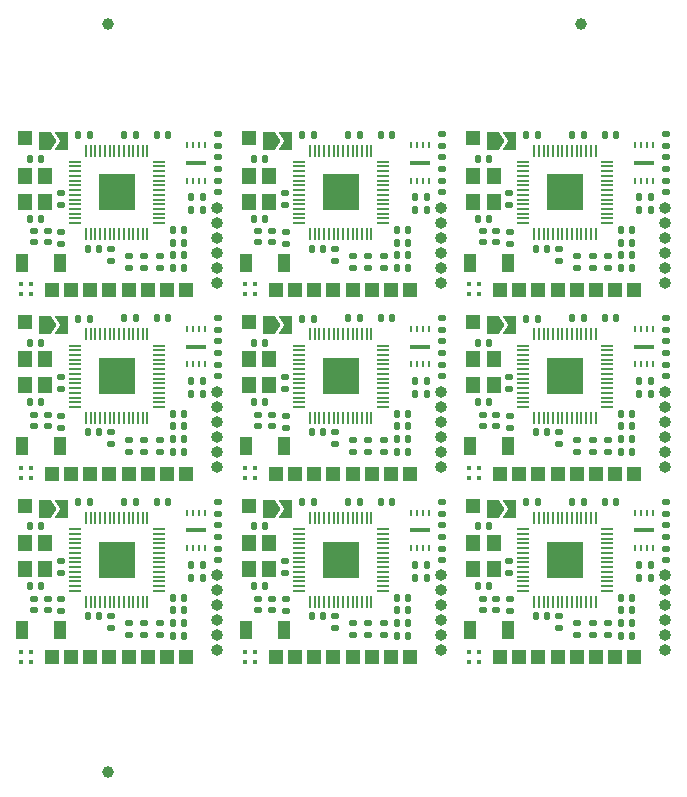
<source format=gts>
G04 #@! TF.GenerationSoftware,KiCad,Pcbnew,7.0.2-6a45011f42~172~ubuntu22.04.1*
G04 #@! TF.CreationDate,2023-06-12T10:28:05+08:00*
G04 #@! TF.ProjectId,panel_3_3,70616e65-6c5f-4335-9f33-2e6b69636164,rev?*
G04 #@! TF.SameCoordinates,Original*
G04 #@! TF.FileFunction,Soldermask,Top*
G04 #@! TF.FilePolarity,Negative*
%FSLAX46Y46*%
G04 Gerber Fmt 4.6, Leading zero omitted, Abs format (unit mm)*
G04 Created by KiCad (PCBNEW 7.0.2-6a45011f42~172~ubuntu22.04.1) date 2023-06-12 10:28:05*
%MOMM*%
%LPD*%
G01*
G04 APERTURE LIST*
G04 Aperture macros list*
%AMRoundRect*
0 Rectangle with rounded corners*
0 $1 Rounding radius*
0 $2 $3 $4 $5 $6 $7 $8 $9 X,Y pos of 4 corners*
0 Add a 4 corners polygon primitive as box body*
4,1,4,$2,$3,$4,$5,$6,$7,$8,$9,$2,$3,0*
0 Add four circle primitives for the rounded corners*
1,1,$1+$1,$2,$3*
1,1,$1+$1,$4,$5*
1,1,$1+$1,$6,$7*
1,1,$1+$1,$8,$9*
0 Add four rect primitives between the rounded corners*
20,1,$1+$1,$2,$3,$4,$5,0*
20,1,$1+$1,$4,$5,$6,$7,0*
20,1,$1+$1,$6,$7,$8,$9,0*
20,1,$1+$1,$8,$9,$2,$3,0*%
%AMFreePoly0*
4,1,6,1.000000,0.000000,0.500000,-0.750000,-0.500000,-0.750000,-0.500000,0.750000,0.500000,0.750000,1.000000,0.000000,1.000000,0.000000,$1*%
%AMFreePoly1*
4,1,6,0.500000,-0.750000,-0.650000,-0.750000,-0.150000,0.000000,-0.650000,0.750000,0.500000,0.750000,0.500000,-0.750000,0.500000,-0.750000,$1*%
G04 Aperture macros list end*
%ADD10R,0.280000X0.600000*%
%ADD11R,1.700000X0.300000*%
%ADD12RoundRect,0.135000X-0.185000X0.135000X-0.185000X-0.135000X0.185000X-0.135000X0.185000X0.135000X0*%
%ADD13R,1.200000X1.200000*%
%ADD14RoundRect,0.140000X0.140000X0.170000X-0.140000X0.170000X-0.140000X-0.170000X0.140000X-0.170000X0*%
%ADD15RoundRect,0.140000X-0.140000X-0.170000X0.140000X-0.170000X0.140000X0.170000X-0.140000X0.170000X0*%
%ADD16RoundRect,0.140000X-0.170000X0.140000X-0.170000X-0.140000X0.170000X-0.140000X0.170000X0.140000X0*%
%ADD17R,0.450000X0.450000*%
%ADD18RoundRect,0.135000X0.185000X-0.135000X0.185000X0.135000X-0.185000X0.135000X-0.185000X-0.135000X0*%
%ADD19RoundRect,0.135000X-0.135000X-0.185000X0.135000X-0.185000X0.135000X0.185000X-0.135000X0.185000X0*%
%ADD20R,1.200000X1.400000*%
%ADD21R,0.200000X1.100000*%
%ADD22R,1.100000X0.200000*%
%ADD23R,3.100000X3.100000*%
%ADD24FreePoly0,0.000000*%
%ADD25FreePoly1,0.000000*%
%ADD26R,1.000000X1.524000*%
%ADD27C,1.000000*%
%ADD28O,1.000000X1.000000*%
G04 APERTURE END LIST*
D10*
G04 #@! TO.C,U2*
X61140000Y-13555500D03*
X60640000Y-13555500D03*
X60140000Y-13555500D03*
X59640000Y-13555500D03*
X59640000Y-16569500D03*
X60140000Y-16569500D03*
X60640000Y-16569500D03*
X61140000Y-16569500D03*
D11*
X60390000Y-15062500D03*
G04 #@! TD*
D12*
G04 #@! TO.C,R3*
X53210000Y-53450000D03*
X53210000Y-54470000D03*
G04 #@! TD*
G04 #@! TO.C,R5*
X43295000Y-28180000D03*
X43295000Y-29200000D03*
G04 #@! TD*
D13*
G04 #@! TO.C,J7*
X29202500Y-56930000D03*
G04 #@! TD*
D12*
G04 #@! TO.C,R3*
X34240000Y-53450000D03*
X34240000Y-54470000D03*
G04 #@! TD*
D14*
G04 #@! TO.C,C7*
X33225000Y-22330000D03*
X32265000Y-22330000D03*
G04 #@! TD*
D15*
G04 #@! TO.C,C2*
X59985000Y-18000000D03*
X60945000Y-18000000D03*
G04 #@! TD*
D10*
G04 #@! TO.C,U2*
X23200000Y-13555500D03*
X22700000Y-13555500D03*
X22200000Y-13555500D03*
X21700000Y-13555500D03*
X21700000Y-16569500D03*
X22200000Y-16569500D03*
X22700000Y-16569500D03*
X23200000Y-16569500D03*
D11*
X22450000Y-15062500D03*
G04 #@! TD*
D15*
G04 #@! TO.C,C9*
X20470000Y-38455000D03*
X21430000Y-38455000D03*
G04 #@! TD*
G04 #@! TO.C,C1*
X46295000Y-35350000D03*
X47255000Y-35350000D03*
G04 #@! TD*
D13*
G04 #@! TO.C,J9*
X51427500Y-56930000D03*
G04 #@! TD*
G04 #@! TO.C,J3*
X35712500Y-56930000D03*
G04 #@! TD*
D16*
G04 #@! TO.C,C13*
X8765000Y-36405000D03*
X8765000Y-37365000D03*
G04 #@! TD*
D17*
G04 #@! TO.C,U5*
X26585000Y-40905000D03*
X27435000Y-40905000D03*
X26585000Y-41755000D03*
X27435000Y-41755000D03*
G04 #@! TD*
D12*
G04 #@! TO.C,R9*
X54735000Y-38490000D03*
X54735000Y-39510000D03*
G04 #@! TD*
D18*
G04 #@! TO.C,R6*
X24325000Y-46745000D03*
X24325000Y-45725000D03*
G04 #@! TD*
D12*
G04 #@! TO.C,R3*
X34240000Y-22330000D03*
X34240000Y-23350000D03*
G04 #@! TD*
D14*
G04 #@! TO.C,C7*
X14255000Y-22330000D03*
X13295000Y-22330000D03*
G04 #@! TD*
D19*
G04 #@! TO.C,R12*
X31435000Y-12700000D03*
X32455000Y-12700000D03*
G04 #@! TD*
D15*
G04 #@! TO.C,C2*
X59985000Y-49120000D03*
X60945000Y-49120000D03*
G04 #@! TD*
G04 #@! TO.C,C9*
X58410000Y-22895000D03*
X59370000Y-22895000D03*
G04 #@! TD*
D12*
G04 #@! TO.C,R9*
X16795000Y-22930000D03*
X16795000Y-23950000D03*
G04 #@! TD*
D15*
G04 #@! TO.C,C1*
X8355000Y-35350000D03*
X9315000Y-35350000D03*
G04 #@! TD*
D13*
G04 #@! TO.C,J6*
X30835000Y-41370000D03*
G04 #@! TD*
D20*
G04 #@! TO.C,X1*
X9697000Y-49473000D03*
X9697000Y-47273000D03*
X7947000Y-47273000D03*
X7947000Y-49473000D03*
G04 #@! TD*
D21*
G04 #@! TO.C,U1*
X56270000Y-45145000D03*
X55870000Y-45145000D03*
X55470000Y-45145000D03*
X55070000Y-45145000D03*
X54670000Y-45145000D03*
X54270000Y-45145000D03*
X53870000Y-45145000D03*
X53470000Y-45145000D03*
X53070000Y-45145000D03*
X52670000Y-45145000D03*
X52270000Y-45145000D03*
X51870000Y-45145000D03*
X51470000Y-45145000D03*
X51070000Y-45145000D03*
D22*
X50120000Y-46095000D03*
X50120000Y-46495000D03*
X50120000Y-46895000D03*
X50120000Y-47295000D03*
X50120000Y-47695000D03*
X50120000Y-48095000D03*
X50120000Y-48495000D03*
X50120000Y-48895000D03*
X50120000Y-49295000D03*
X50120000Y-49695000D03*
X50120000Y-50095000D03*
X50120000Y-50495000D03*
X50120000Y-50895000D03*
X50120000Y-51295000D03*
D21*
X51070000Y-52245000D03*
X51470000Y-52245000D03*
X51870000Y-52245000D03*
X52270000Y-52245000D03*
X52670000Y-52245000D03*
X53070000Y-52245000D03*
X53470000Y-52245000D03*
X53870000Y-52245000D03*
X54270000Y-52245000D03*
X54670000Y-52245000D03*
X55070000Y-52245000D03*
X55470000Y-52245000D03*
X55870000Y-52245000D03*
X56270000Y-52245000D03*
D22*
X57220000Y-51295000D03*
X57220000Y-50895000D03*
X57220000Y-50495000D03*
X57220000Y-50095000D03*
X57220000Y-49695000D03*
X57220000Y-49295000D03*
X57220000Y-48895000D03*
X57220000Y-48495000D03*
X57220000Y-48095000D03*
X57220000Y-47695000D03*
X57220000Y-47295000D03*
X57220000Y-46895000D03*
X57220000Y-46495000D03*
X57220000Y-46095000D03*
D23*
X53670000Y-48695000D03*
G04 #@! TD*
D13*
G04 #@! TO.C,J4*
X56310000Y-25810000D03*
G04 #@! TD*
D24*
G04 #@! TO.C,JP1*
X9680000Y-13230000D03*
D25*
X11130000Y-13230000D03*
G04 #@! TD*
D20*
G04 #@! TO.C,X1*
X47637000Y-49473000D03*
X47637000Y-47273000D03*
X45887000Y-47273000D03*
X45887000Y-49473000D03*
G04 #@! TD*
D26*
G04 #@! TO.C,SW1*
X45675000Y-39080000D03*
X48875000Y-39080000D03*
G04 #@! TD*
D12*
G04 #@! TO.C,R5*
X43295000Y-12620000D03*
X43295000Y-13640000D03*
G04 #@! TD*
D18*
G04 #@! TO.C,R6*
X62265000Y-15625000D03*
X62265000Y-14605000D03*
G04 #@! TD*
D15*
G04 #@! TO.C,C11*
X57085000Y-28240000D03*
X58045000Y-28240000D03*
G04 #@! TD*
D18*
G04 #@! TO.C,R6*
X43295000Y-15625000D03*
X43295000Y-14605000D03*
G04 #@! TD*
D12*
G04 #@! TO.C,R3*
X15270000Y-53450000D03*
X15270000Y-54470000D03*
G04 #@! TD*
D15*
G04 #@! TO.C,C12*
X16380000Y-12685000D03*
X17340000Y-12685000D03*
G04 #@! TD*
G04 #@! TO.C,C1*
X27325000Y-35350000D03*
X28285000Y-35350000D03*
G04 #@! TD*
D13*
G04 #@! TO.C,J3*
X54682500Y-41370000D03*
G04 #@! TD*
D12*
G04 #@! TO.C,R10*
X18075000Y-22930000D03*
X18075000Y-23950000D03*
G04 #@! TD*
D15*
G04 #@! TO.C,C2*
X59985000Y-33560000D03*
X60945000Y-33560000D03*
G04 #@! TD*
D10*
G04 #@! TO.C,U2*
X42170000Y-13555500D03*
X41670000Y-13555500D03*
X41170000Y-13555500D03*
X40670000Y-13555500D03*
X40670000Y-16569500D03*
X41170000Y-16569500D03*
X41670000Y-16569500D03*
X42170000Y-16569500D03*
D11*
X41420000Y-15062500D03*
G04 #@! TD*
D15*
G04 #@! TO.C,C1*
X46295000Y-50910000D03*
X47255000Y-50910000D03*
G04 #@! TD*
G04 #@! TO.C,C11*
X19145000Y-28240000D03*
X20105000Y-28240000D03*
G04 #@! TD*
D13*
G04 #@! TO.C,J3*
X35712500Y-25810000D03*
G04 #@! TD*
G04 #@! TO.C,J10*
X21625000Y-56930000D03*
G04 #@! TD*
D12*
G04 #@! TO.C,R3*
X53210000Y-37890000D03*
X53210000Y-38910000D03*
G04 #@! TD*
G04 #@! TO.C,R3*
X15270000Y-22330000D03*
X15270000Y-23350000D03*
G04 #@! TD*
D18*
G04 #@! TO.C,R2*
X11055000Y-21930000D03*
X11055000Y-20910000D03*
G04 #@! TD*
D26*
G04 #@! TO.C,SW1*
X45675000Y-23520000D03*
X48875000Y-23520000D03*
G04 #@! TD*
D15*
G04 #@! TO.C,C2*
X41015000Y-18000000D03*
X41975000Y-18000000D03*
G04 #@! TD*
D16*
G04 #@! TO.C,C4*
X28865000Y-36400000D03*
X28865000Y-37360000D03*
G04 #@! TD*
G04 #@! TO.C,C4*
X28865000Y-51960000D03*
X28865000Y-52920000D03*
G04 #@! TD*
D21*
G04 #@! TO.C,U1*
X18330000Y-14025000D03*
X17930000Y-14025000D03*
X17530000Y-14025000D03*
X17130000Y-14025000D03*
X16730000Y-14025000D03*
X16330000Y-14025000D03*
X15930000Y-14025000D03*
X15530000Y-14025000D03*
X15130000Y-14025000D03*
X14730000Y-14025000D03*
X14330000Y-14025000D03*
X13930000Y-14025000D03*
X13530000Y-14025000D03*
X13130000Y-14025000D03*
D22*
X12180000Y-14975000D03*
X12180000Y-15375000D03*
X12180000Y-15775000D03*
X12180000Y-16175000D03*
X12180000Y-16575000D03*
X12180000Y-16975000D03*
X12180000Y-17375000D03*
X12180000Y-17775000D03*
X12180000Y-18175000D03*
X12180000Y-18575000D03*
X12180000Y-18975000D03*
X12180000Y-19375000D03*
X12180000Y-19775000D03*
X12180000Y-20175000D03*
D21*
X13130000Y-21125000D03*
X13530000Y-21125000D03*
X13930000Y-21125000D03*
X14330000Y-21125000D03*
X14730000Y-21125000D03*
X15130000Y-21125000D03*
X15530000Y-21125000D03*
X15930000Y-21125000D03*
X16330000Y-21125000D03*
X16730000Y-21125000D03*
X17130000Y-21125000D03*
X17530000Y-21125000D03*
X17930000Y-21125000D03*
X18330000Y-21125000D03*
D22*
X19280000Y-20175000D03*
X19280000Y-19775000D03*
X19280000Y-19375000D03*
X19280000Y-18975000D03*
X19280000Y-18575000D03*
X19280000Y-18175000D03*
X19280000Y-17775000D03*
X19280000Y-17375000D03*
X19280000Y-16975000D03*
X19280000Y-16575000D03*
X19280000Y-16175000D03*
X19280000Y-15775000D03*
X19280000Y-15375000D03*
X19280000Y-14975000D03*
D23*
X15730000Y-17575000D03*
G04 #@! TD*
D12*
G04 #@! TO.C,R9*
X54735000Y-22930000D03*
X54735000Y-23950000D03*
G04 #@! TD*
D15*
G04 #@! TO.C,C9*
X39440000Y-38455000D03*
X40400000Y-38455000D03*
G04 #@! TD*
G04 #@! TO.C,C12*
X16380000Y-43805000D03*
X17340000Y-43805000D03*
G04 #@! TD*
G04 #@! TO.C,C8*
X58415000Y-55100000D03*
X59375000Y-55100000D03*
G04 #@! TD*
D17*
G04 #@! TO.C,U5*
X26585000Y-25345000D03*
X27435000Y-25345000D03*
X26585000Y-26195000D03*
X27435000Y-26195000D03*
G04 #@! TD*
D15*
G04 #@! TO.C,C11*
X57085000Y-43800000D03*
X58045000Y-43800000D03*
G04 #@! TD*
D13*
G04 #@! TO.C,J3*
X54682500Y-56930000D03*
G04 #@! TD*
D10*
G04 #@! TO.C,U2*
X23200000Y-44675500D03*
X22700000Y-44675500D03*
X22200000Y-44675500D03*
X21700000Y-44675500D03*
X21700000Y-47689500D03*
X22200000Y-47689500D03*
X22700000Y-47689500D03*
X23200000Y-47689500D03*
D11*
X22450000Y-46182500D03*
G04 #@! TD*
D15*
G04 #@! TO.C,C10*
X41015000Y-34620000D03*
X41975000Y-34620000D03*
G04 #@! TD*
G04 #@! TO.C,C1*
X8355000Y-50910000D03*
X9315000Y-50910000D03*
G04 #@! TD*
G04 #@! TO.C,C1*
X8355000Y-19790000D03*
X9315000Y-19790000D03*
G04 #@! TD*
D14*
G04 #@! TO.C,C7*
X14255000Y-37890000D03*
X13295000Y-37890000D03*
G04 #@! TD*
D15*
G04 #@! TO.C,C9*
X58410000Y-54015000D03*
X59370000Y-54015000D03*
G04 #@! TD*
D27*
G04 #@! TO.C,REF\u002A\u002A*
X15000000Y-3350000D03*
G04 #@! TD*
D14*
G04 #@! TO.C,C6*
X21430000Y-37387500D03*
X20470000Y-37387500D03*
G04 #@! TD*
D15*
G04 #@! TO.C,C11*
X38115000Y-28240000D03*
X39075000Y-28240000D03*
G04 #@! TD*
D16*
G04 #@! TO.C,C14*
X24325000Y-16600000D03*
X24325000Y-17560000D03*
G04 #@! TD*
D15*
G04 #@! TO.C,C10*
X59985000Y-34620000D03*
X60945000Y-34620000D03*
G04 #@! TD*
D12*
G04 #@! TO.C,R5*
X24325000Y-28180000D03*
X24325000Y-29200000D03*
G04 #@! TD*
D15*
G04 #@! TO.C,C1*
X27325000Y-19790000D03*
X28285000Y-19790000D03*
G04 #@! TD*
D13*
G04 #@! TO.C,J4*
X56310000Y-41370000D03*
G04 #@! TD*
D12*
G04 #@! TO.C,R9*
X35765000Y-38490000D03*
X35765000Y-39510000D03*
G04 #@! TD*
D26*
G04 #@! TO.C,SW1*
X7735000Y-39080000D03*
X10935000Y-39080000D03*
G04 #@! TD*
D12*
G04 #@! TO.C,R11*
X38325000Y-38490000D03*
X38325000Y-39510000D03*
G04 #@! TD*
D16*
G04 #@! TO.C,C14*
X43295000Y-47720000D03*
X43295000Y-48680000D03*
G04 #@! TD*
D19*
G04 #@! TO.C,R12*
X50405000Y-12700000D03*
X51425000Y-12700000D03*
G04 #@! TD*
D15*
G04 #@! TO.C,C9*
X39440000Y-22895000D03*
X40400000Y-22895000D03*
G04 #@! TD*
D14*
G04 #@! TO.C,C7*
X14255000Y-53450000D03*
X13295000Y-53450000D03*
G04 #@! TD*
D24*
G04 #@! TO.C,JP1*
X47620000Y-13230000D03*
D25*
X49070000Y-13230000D03*
G04 #@! TD*
D21*
G04 #@! TO.C,U1*
X56270000Y-29585000D03*
X55870000Y-29585000D03*
X55470000Y-29585000D03*
X55070000Y-29585000D03*
X54670000Y-29585000D03*
X54270000Y-29585000D03*
X53870000Y-29585000D03*
X53470000Y-29585000D03*
X53070000Y-29585000D03*
X52670000Y-29585000D03*
X52270000Y-29585000D03*
X51870000Y-29585000D03*
X51470000Y-29585000D03*
X51070000Y-29585000D03*
D22*
X50120000Y-30535000D03*
X50120000Y-30935000D03*
X50120000Y-31335000D03*
X50120000Y-31735000D03*
X50120000Y-32135000D03*
X50120000Y-32535000D03*
X50120000Y-32935000D03*
X50120000Y-33335000D03*
X50120000Y-33735000D03*
X50120000Y-34135000D03*
X50120000Y-34535000D03*
X50120000Y-34935000D03*
X50120000Y-35335000D03*
X50120000Y-35735000D03*
D21*
X51070000Y-36685000D03*
X51470000Y-36685000D03*
X51870000Y-36685000D03*
X52270000Y-36685000D03*
X52670000Y-36685000D03*
X53070000Y-36685000D03*
X53470000Y-36685000D03*
X53870000Y-36685000D03*
X54270000Y-36685000D03*
X54670000Y-36685000D03*
X55070000Y-36685000D03*
X55470000Y-36685000D03*
X55870000Y-36685000D03*
X56270000Y-36685000D03*
D22*
X57220000Y-35735000D03*
X57220000Y-35335000D03*
X57220000Y-34935000D03*
X57220000Y-34535000D03*
X57220000Y-34135000D03*
X57220000Y-33735000D03*
X57220000Y-33335000D03*
X57220000Y-32935000D03*
X57220000Y-32535000D03*
X57220000Y-32135000D03*
X57220000Y-31735000D03*
X57220000Y-31335000D03*
X57220000Y-30935000D03*
X57220000Y-30535000D03*
D23*
X53670000Y-33135000D03*
G04 #@! TD*
D16*
G04 #@! TO.C,C13*
X27735000Y-36405000D03*
X27735000Y-37365000D03*
G04 #@! TD*
D13*
G04 #@! TO.C,J2*
X34085000Y-56930000D03*
G04 #@! TD*
G04 #@! TO.C,J9*
X32457500Y-56930000D03*
G04 #@! TD*
D14*
G04 #@! TO.C,C6*
X40400000Y-37387500D03*
X39440000Y-37387500D03*
G04 #@! TD*
D13*
G04 #@! TO.C,J4*
X37340000Y-25810000D03*
G04 #@! TD*
D18*
G04 #@! TO.C,R2*
X11055000Y-37490000D03*
X11055000Y-36470000D03*
G04 #@! TD*
D19*
G04 #@! TO.C,R12*
X31435000Y-28260000D03*
X32455000Y-28260000D03*
G04 #@! TD*
D13*
G04 #@! TO.C,J6*
X11865000Y-56930000D03*
G04 #@! TD*
D21*
G04 #@! TO.C,U1*
X18330000Y-29585000D03*
X17930000Y-29585000D03*
X17530000Y-29585000D03*
X17130000Y-29585000D03*
X16730000Y-29585000D03*
X16330000Y-29585000D03*
X15930000Y-29585000D03*
X15530000Y-29585000D03*
X15130000Y-29585000D03*
X14730000Y-29585000D03*
X14330000Y-29585000D03*
X13930000Y-29585000D03*
X13530000Y-29585000D03*
X13130000Y-29585000D03*
D22*
X12180000Y-30535000D03*
X12180000Y-30935000D03*
X12180000Y-31335000D03*
X12180000Y-31735000D03*
X12180000Y-32135000D03*
X12180000Y-32535000D03*
X12180000Y-32935000D03*
X12180000Y-33335000D03*
X12180000Y-33735000D03*
X12180000Y-34135000D03*
X12180000Y-34535000D03*
X12180000Y-34935000D03*
X12180000Y-35335000D03*
X12180000Y-35735000D03*
D21*
X13130000Y-36685000D03*
X13530000Y-36685000D03*
X13930000Y-36685000D03*
X14330000Y-36685000D03*
X14730000Y-36685000D03*
X15130000Y-36685000D03*
X15530000Y-36685000D03*
X15930000Y-36685000D03*
X16330000Y-36685000D03*
X16730000Y-36685000D03*
X17130000Y-36685000D03*
X17530000Y-36685000D03*
X17930000Y-36685000D03*
X18330000Y-36685000D03*
D22*
X19280000Y-35735000D03*
X19280000Y-35335000D03*
X19280000Y-34935000D03*
X19280000Y-34535000D03*
X19280000Y-34135000D03*
X19280000Y-33735000D03*
X19280000Y-33335000D03*
X19280000Y-32935000D03*
X19280000Y-32535000D03*
X19280000Y-32135000D03*
X19280000Y-31735000D03*
X19280000Y-31335000D03*
X19280000Y-30935000D03*
X19280000Y-30535000D03*
D23*
X15730000Y-33135000D03*
G04 #@! TD*
D15*
G04 #@! TO.C,C5*
X39440000Y-36320000D03*
X40400000Y-36320000D03*
G04 #@! TD*
G04 #@! TO.C,C3*
X46315000Y-14720000D03*
X47275000Y-14720000D03*
G04 #@! TD*
D10*
G04 #@! TO.C,U2*
X42170000Y-44675500D03*
X41670000Y-44675500D03*
X41170000Y-44675500D03*
X40670000Y-44675500D03*
X40670000Y-47689500D03*
X41170000Y-47689500D03*
X41670000Y-47689500D03*
X42170000Y-47689500D03*
D11*
X41420000Y-46182500D03*
G04 #@! TD*
D13*
G04 #@! TO.C,J9*
X13487500Y-56930000D03*
G04 #@! TD*
G04 #@! TO.C,J9*
X51427500Y-41370000D03*
G04 #@! TD*
D15*
G04 #@! TO.C,C3*
X8375000Y-45840000D03*
X9335000Y-45840000D03*
G04 #@! TD*
G04 #@! TO.C,C12*
X54320000Y-28245000D03*
X55280000Y-28245000D03*
G04 #@! TD*
D13*
G04 #@! TO.C,J10*
X59565000Y-41370000D03*
G04 #@! TD*
D18*
G04 #@! TO.C,R1*
X11025000Y-34230000D03*
X11025000Y-33210000D03*
G04 #@! TD*
D13*
G04 #@! TO.C,J2*
X53055000Y-41370000D03*
G04 #@! TD*
D15*
G04 #@! TO.C,C5*
X20470000Y-20760000D03*
X21430000Y-20760000D03*
G04 #@! TD*
D14*
G04 #@! TO.C,C6*
X40400000Y-21827500D03*
X39440000Y-21827500D03*
G04 #@! TD*
D13*
G04 #@! TO.C,J2*
X15115000Y-56930000D03*
G04 #@! TD*
D16*
G04 #@! TO.C,C13*
X46705000Y-51965000D03*
X46705000Y-52925000D03*
G04 #@! TD*
D12*
G04 #@! TO.C,R3*
X15270000Y-37890000D03*
X15270000Y-38910000D03*
G04 #@! TD*
D13*
G04 #@! TO.C,J2*
X15115000Y-41370000D03*
G04 #@! TD*
D12*
G04 #@! TO.C,R11*
X38325000Y-54050000D03*
X38325000Y-55070000D03*
G04 #@! TD*
D15*
G04 #@! TO.C,C10*
X22045000Y-19060000D03*
X23005000Y-19060000D03*
G04 #@! TD*
D13*
G04 #@! TO.C,J7*
X29202500Y-25810000D03*
G04 #@! TD*
G04 #@! TO.C,J5*
X38967500Y-41370000D03*
G04 #@! TD*
D12*
G04 #@! TO.C,R10*
X56015000Y-22930000D03*
X56015000Y-23950000D03*
G04 #@! TD*
D17*
G04 #@! TO.C,U5*
X45555000Y-56465000D03*
X46405000Y-56465000D03*
X45555000Y-57315000D03*
X46405000Y-57315000D03*
G04 #@! TD*
D12*
G04 #@! TO.C,R10*
X37045000Y-54050000D03*
X37045000Y-55070000D03*
G04 #@! TD*
D13*
G04 #@! TO.C,J2*
X53055000Y-25810000D03*
G04 #@! TD*
D18*
G04 #@! TO.C,R1*
X48965000Y-18670000D03*
X48965000Y-17650000D03*
G04 #@! TD*
D15*
G04 #@! TO.C,C2*
X41015000Y-33560000D03*
X41975000Y-33560000D03*
G04 #@! TD*
D18*
G04 #@! TO.C,R2*
X48995000Y-53050000D03*
X48995000Y-52030000D03*
G04 #@! TD*
D13*
G04 #@! TO.C,J9*
X13487500Y-25810000D03*
G04 #@! TD*
D15*
G04 #@! TO.C,C9*
X39440000Y-54015000D03*
X40400000Y-54015000D03*
G04 #@! TD*
G04 #@! TO.C,C1*
X46295000Y-19790000D03*
X47255000Y-19790000D03*
G04 #@! TD*
G04 #@! TO.C,C12*
X16380000Y-28245000D03*
X17340000Y-28245000D03*
G04 #@! TD*
D13*
G04 #@! TO.C,J10*
X21625000Y-41370000D03*
G04 #@! TD*
D12*
G04 #@! TO.C,R11*
X19355000Y-54050000D03*
X19355000Y-55070000D03*
G04 #@! TD*
D17*
G04 #@! TO.C,U5*
X7615000Y-56465000D03*
X8465000Y-56465000D03*
X7615000Y-57315000D03*
X8465000Y-57315000D03*
G04 #@! TD*
D20*
G04 #@! TO.C,X1*
X9697000Y-18353000D03*
X9697000Y-16153000D03*
X7947000Y-16153000D03*
X7947000Y-18353000D03*
G04 #@! TD*
D13*
G04 #@! TO.C,J10*
X40595000Y-25810000D03*
G04 #@! TD*
D16*
G04 #@! TO.C,C13*
X46705000Y-36405000D03*
X46705000Y-37365000D03*
G04 #@! TD*
D17*
G04 #@! TO.C,U5*
X7615000Y-25345000D03*
X8465000Y-25345000D03*
X7615000Y-26195000D03*
X8465000Y-26195000D03*
G04 #@! TD*
D15*
G04 #@! TO.C,C8*
X20475000Y-39540000D03*
X21435000Y-39540000D03*
G04 #@! TD*
D18*
G04 #@! TO.C,R6*
X62265000Y-46745000D03*
X62265000Y-45725000D03*
G04 #@! TD*
D12*
G04 #@! TO.C,R5*
X62265000Y-12620000D03*
X62265000Y-13640000D03*
G04 #@! TD*
D21*
G04 #@! TO.C,U1*
X37300000Y-45145000D03*
X36900000Y-45145000D03*
X36500000Y-45145000D03*
X36100000Y-45145000D03*
X35700000Y-45145000D03*
X35300000Y-45145000D03*
X34900000Y-45145000D03*
X34500000Y-45145000D03*
X34100000Y-45145000D03*
X33700000Y-45145000D03*
X33300000Y-45145000D03*
X32900000Y-45145000D03*
X32500000Y-45145000D03*
X32100000Y-45145000D03*
D22*
X31150000Y-46095000D03*
X31150000Y-46495000D03*
X31150000Y-46895000D03*
X31150000Y-47295000D03*
X31150000Y-47695000D03*
X31150000Y-48095000D03*
X31150000Y-48495000D03*
X31150000Y-48895000D03*
X31150000Y-49295000D03*
X31150000Y-49695000D03*
X31150000Y-50095000D03*
X31150000Y-50495000D03*
X31150000Y-50895000D03*
X31150000Y-51295000D03*
D21*
X32100000Y-52245000D03*
X32500000Y-52245000D03*
X32900000Y-52245000D03*
X33300000Y-52245000D03*
X33700000Y-52245000D03*
X34100000Y-52245000D03*
X34500000Y-52245000D03*
X34900000Y-52245000D03*
X35300000Y-52245000D03*
X35700000Y-52245000D03*
X36100000Y-52245000D03*
X36500000Y-52245000D03*
X36900000Y-52245000D03*
X37300000Y-52245000D03*
D22*
X38250000Y-51295000D03*
X38250000Y-50895000D03*
X38250000Y-50495000D03*
X38250000Y-50095000D03*
X38250000Y-49695000D03*
X38250000Y-49295000D03*
X38250000Y-48895000D03*
X38250000Y-48495000D03*
X38250000Y-48095000D03*
X38250000Y-47695000D03*
X38250000Y-47295000D03*
X38250000Y-46895000D03*
X38250000Y-46495000D03*
X38250000Y-46095000D03*
D23*
X34700000Y-48695000D03*
G04 #@! TD*
D16*
G04 #@! TO.C,C14*
X24325000Y-47720000D03*
X24325000Y-48680000D03*
G04 #@! TD*
D13*
G04 #@! TO.C,J3*
X35712500Y-41370000D03*
G04 #@! TD*
D18*
G04 #@! TO.C,R1*
X48965000Y-34230000D03*
X48965000Y-33210000D03*
G04 #@! TD*
D13*
G04 #@! TO.C,J2*
X34085000Y-25810000D03*
G04 #@! TD*
G04 #@! TO.C,J4*
X18370000Y-25810000D03*
G04 #@! TD*
D15*
G04 #@! TO.C,C11*
X19145000Y-12680000D03*
X20105000Y-12680000D03*
G04 #@! TD*
D12*
G04 #@! TO.C,R5*
X43295000Y-43740000D03*
X43295000Y-44760000D03*
G04 #@! TD*
G04 #@! TO.C,R5*
X24325000Y-43740000D03*
X24325000Y-44760000D03*
G04 #@! TD*
D15*
G04 #@! TO.C,C12*
X54320000Y-43805000D03*
X55280000Y-43805000D03*
G04 #@! TD*
D13*
G04 #@! TO.C,J4*
X56310000Y-56930000D03*
G04 #@! TD*
D26*
G04 #@! TO.C,SW1*
X45675000Y-54640000D03*
X48875000Y-54640000D03*
G04 #@! TD*
D18*
G04 #@! TO.C,R6*
X43295000Y-31185000D03*
X43295000Y-30165000D03*
G04 #@! TD*
D12*
G04 #@! TO.C,R9*
X16795000Y-38490000D03*
X16795000Y-39510000D03*
G04 #@! TD*
D15*
G04 #@! TO.C,C9*
X20470000Y-22895000D03*
X21430000Y-22895000D03*
G04 #@! TD*
D14*
G04 #@! TO.C,C6*
X21430000Y-52947500D03*
X20470000Y-52947500D03*
G04 #@! TD*
D16*
G04 #@! TO.C,C14*
X62265000Y-47720000D03*
X62265000Y-48680000D03*
G04 #@! TD*
D12*
G04 #@! TO.C,R11*
X57295000Y-38490000D03*
X57295000Y-39510000D03*
G04 #@! TD*
D13*
G04 #@! TO.C,J7*
X48172500Y-25810000D03*
G04 #@! TD*
G04 #@! TO.C,J3*
X54682500Y-25810000D03*
G04 #@! TD*
D26*
G04 #@! TO.C,SW1*
X7735000Y-23520000D03*
X10935000Y-23520000D03*
G04 #@! TD*
D12*
G04 #@! TO.C,R3*
X53210000Y-22330000D03*
X53210000Y-23350000D03*
G04 #@! TD*
D13*
G04 #@! TO.C,J3*
X16742500Y-56930000D03*
G04 #@! TD*
G04 #@! TO.C,J9*
X13487500Y-41370000D03*
G04 #@! TD*
D18*
G04 #@! TO.C,R2*
X48995000Y-37490000D03*
X48995000Y-36470000D03*
G04 #@! TD*
D16*
G04 #@! TO.C,C14*
X43295000Y-32160000D03*
X43295000Y-33120000D03*
G04 #@! TD*
D24*
G04 #@! TO.C,JP1*
X28650000Y-44350000D03*
D25*
X30100000Y-44350000D03*
G04 #@! TD*
D15*
G04 #@! TO.C,C5*
X58410000Y-20760000D03*
X59370000Y-20760000D03*
G04 #@! TD*
G04 #@! TO.C,C3*
X8375000Y-14720000D03*
X9335000Y-14720000D03*
G04 #@! TD*
D17*
G04 #@! TO.C,U5*
X45555000Y-25345000D03*
X46405000Y-25345000D03*
X45555000Y-26195000D03*
X46405000Y-26195000D03*
G04 #@! TD*
D12*
G04 #@! TO.C,R10*
X56015000Y-38490000D03*
X56015000Y-39510000D03*
G04 #@! TD*
D13*
G04 #@! TO.C,J5*
X57937500Y-56930000D03*
G04 #@! TD*
D12*
G04 #@! TO.C,R11*
X57295000Y-22930000D03*
X57295000Y-23950000D03*
G04 #@! TD*
D18*
G04 #@! TO.C,R1*
X29995000Y-34230000D03*
X29995000Y-33210000D03*
G04 #@! TD*
D21*
G04 #@! TO.C,U1*
X18330000Y-45145000D03*
X17930000Y-45145000D03*
X17530000Y-45145000D03*
X17130000Y-45145000D03*
X16730000Y-45145000D03*
X16330000Y-45145000D03*
X15930000Y-45145000D03*
X15530000Y-45145000D03*
X15130000Y-45145000D03*
X14730000Y-45145000D03*
X14330000Y-45145000D03*
X13930000Y-45145000D03*
X13530000Y-45145000D03*
X13130000Y-45145000D03*
D22*
X12180000Y-46095000D03*
X12180000Y-46495000D03*
X12180000Y-46895000D03*
X12180000Y-47295000D03*
X12180000Y-47695000D03*
X12180000Y-48095000D03*
X12180000Y-48495000D03*
X12180000Y-48895000D03*
X12180000Y-49295000D03*
X12180000Y-49695000D03*
X12180000Y-50095000D03*
X12180000Y-50495000D03*
X12180000Y-50895000D03*
X12180000Y-51295000D03*
D21*
X13130000Y-52245000D03*
X13530000Y-52245000D03*
X13930000Y-52245000D03*
X14330000Y-52245000D03*
X14730000Y-52245000D03*
X15130000Y-52245000D03*
X15530000Y-52245000D03*
X15930000Y-52245000D03*
X16330000Y-52245000D03*
X16730000Y-52245000D03*
X17130000Y-52245000D03*
X17530000Y-52245000D03*
X17930000Y-52245000D03*
X18330000Y-52245000D03*
D22*
X19280000Y-51295000D03*
X19280000Y-50895000D03*
X19280000Y-50495000D03*
X19280000Y-50095000D03*
X19280000Y-49695000D03*
X19280000Y-49295000D03*
X19280000Y-48895000D03*
X19280000Y-48495000D03*
X19280000Y-48095000D03*
X19280000Y-47695000D03*
X19280000Y-47295000D03*
X19280000Y-46895000D03*
X19280000Y-46495000D03*
X19280000Y-46095000D03*
D23*
X15730000Y-48695000D03*
G04 #@! TD*
D15*
G04 #@! TO.C,C2*
X22045000Y-49120000D03*
X23005000Y-49120000D03*
G04 #@! TD*
D12*
G04 #@! TO.C,R10*
X18075000Y-54050000D03*
X18075000Y-55070000D03*
G04 #@! TD*
D15*
G04 #@! TO.C,C5*
X20470000Y-51880000D03*
X21430000Y-51880000D03*
G04 #@! TD*
G04 #@! TO.C,C8*
X20475000Y-55100000D03*
X21435000Y-55100000D03*
G04 #@! TD*
D16*
G04 #@! TO.C,C13*
X46705000Y-20845000D03*
X46705000Y-21805000D03*
G04 #@! TD*
D15*
G04 #@! TO.C,C3*
X8375000Y-30280000D03*
X9335000Y-30280000D03*
G04 #@! TD*
D13*
G04 #@! TO.C,J5*
X38967500Y-25810000D03*
G04 #@! TD*
D15*
G04 #@! TO.C,C11*
X57085000Y-12680000D03*
X58045000Y-12680000D03*
G04 #@! TD*
D13*
G04 #@! TO.C,J5*
X38967500Y-56930000D03*
G04 #@! TD*
G04 #@! TO.C,J1*
X26925000Y-28540000D03*
G04 #@! TD*
D15*
G04 #@! TO.C,C11*
X19145000Y-43800000D03*
X20105000Y-43800000D03*
G04 #@! TD*
D16*
G04 #@! TO.C,C14*
X62265000Y-32160000D03*
X62265000Y-33120000D03*
G04 #@! TD*
D13*
G04 #@! TO.C,J4*
X18370000Y-56930000D03*
G04 #@! TD*
D15*
G04 #@! TO.C,C5*
X58410000Y-36320000D03*
X59370000Y-36320000D03*
G04 #@! TD*
D26*
G04 #@! TO.C,SW1*
X26705000Y-23520000D03*
X29905000Y-23520000D03*
G04 #@! TD*
D20*
G04 #@! TO.C,X1*
X47637000Y-33913000D03*
X47637000Y-31713000D03*
X45887000Y-31713000D03*
X45887000Y-33913000D03*
G04 #@! TD*
D16*
G04 #@! TO.C,C4*
X47835000Y-51960000D03*
X47835000Y-52920000D03*
G04 #@! TD*
D26*
G04 #@! TO.C,SW1*
X7735000Y-54640000D03*
X10935000Y-54640000D03*
G04 #@! TD*
D13*
G04 #@! TO.C,J9*
X51427500Y-25810000D03*
G04 #@! TD*
D15*
G04 #@! TO.C,C9*
X20470000Y-54015000D03*
X21430000Y-54015000D03*
G04 #@! TD*
D16*
G04 #@! TO.C,C14*
X43295000Y-16600000D03*
X43295000Y-17560000D03*
G04 #@! TD*
D20*
G04 #@! TO.C,X1*
X28667000Y-18353000D03*
X28667000Y-16153000D03*
X26917000Y-16153000D03*
X26917000Y-18353000D03*
G04 #@! TD*
D12*
G04 #@! TO.C,R10*
X37045000Y-22930000D03*
X37045000Y-23950000D03*
G04 #@! TD*
D28*
G04 #@! TO.C,J8*
X62129248Y-18878121D03*
X62129248Y-20148121D03*
X62129248Y-21418121D03*
X62129248Y-22688121D03*
X62129248Y-23958121D03*
X62129248Y-25228121D03*
G04 #@! TD*
D16*
G04 #@! TO.C,C4*
X47835000Y-36400000D03*
X47835000Y-37360000D03*
G04 #@! TD*
D18*
G04 #@! TO.C,R2*
X11055000Y-53050000D03*
X11055000Y-52030000D03*
G04 #@! TD*
D17*
G04 #@! TO.C,U5*
X45555000Y-40905000D03*
X46405000Y-40905000D03*
X45555000Y-41755000D03*
X46405000Y-41755000D03*
G04 #@! TD*
D13*
G04 #@! TO.C,J7*
X10232500Y-56930000D03*
G04 #@! TD*
G04 #@! TO.C,J7*
X29202500Y-41370000D03*
G04 #@! TD*
D15*
G04 #@! TO.C,C2*
X22045000Y-33560000D03*
X23005000Y-33560000D03*
G04 #@! TD*
D14*
G04 #@! TO.C,C6*
X40400000Y-52947500D03*
X39440000Y-52947500D03*
G04 #@! TD*
D13*
G04 #@! TO.C,J5*
X19997500Y-56930000D03*
G04 #@! TD*
D19*
G04 #@! TO.C,R12*
X12465000Y-28260000D03*
X13485000Y-28260000D03*
G04 #@! TD*
D18*
G04 #@! TO.C,R1*
X29995000Y-18670000D03*
X29995000Y-17650000D03*
G04 #@! TD*
D13*
G04 #@! TO.C,J1*
X45895000Y-28540000D03*
G04 #@! TD*
G04 #@! TO.C,J7*
X10232500Y-25810000D03*
G04 #@! TD*
D15*
G04 #@! TO.C,C5*
X58410000Y-51880000D03*
X59370000Y-51880000D03*
G04 #@! TD*
D10*
G04 #@! TO.C,U2*
X61140000Y-29115500D03*
X60640000Y-29115500D03*
X60140000Y-29115500D03*
X59640000Y-29115500D03*
X59640000Y-32129500D03*
X60140000Y-32129500D03*
X60640000Y-32129500D03*
X61140000Y-32129500D03*
D11*
X60390000Y-30622500D03*
G04 #@! TD*
D12*
G04 #@! TO.C,R11*
X38325000Y-22930000D03*
X38325000Y-23950000D03*
G04 #@! TD*
D13*
G04 #@! TO.C,J6*
X30835000Y-25810000D03*
G04 #@! TD*
D16*
G04 #@! TO.C,C4*
X9895000Y-20840000D03*
X9895000Y-21800000D03*
G04 #@! TD*
D12*
G04 #@! TO.C,R10*
X37045000Y-38490000D03*
X37045000Y-39510000D03*
G04 #@! TD*
D13*
G04 #@! TO.C,J1*
X7955000Y-44100000D03*
G04 #@! TD*
G04 #@! TO.C,J5*
X19997500Y-25810000D03*
G04 #@! TD*
D14*
G04 #@! TO.C,C7*
X52195000Y-53450000D03*
X51235000Y-53450000D03*
G04 #@! TD*
D15*
G04 #@! TO.C,C9*
X58410000Y-38455000D03*
X59370000Y-38455000D03*
G04 #@! TD*
G04 #@! TO.C,C2*
X22045000Y-18000000D03*
X23005000Y-18000000D03*
G04 #@! TD*
G04 #@! TO.C,C5*
X20470000Y-36320000D03*
X21430000Y-36320000D03*
G04 #@! TD*
D13*
G04 #@! TO.C,J5*
X19997500Y-41370000D03*
G04 #@! TD*
G04 #@! TO.C,J9*
X32457500Y-25810000D03*
G04 #@! TD*
D28*
G04 #@! TO.C,J8*
X43159248Y-49998121D03*
X43159248Y-51268121D03*
X43159248Y-52538121D03*
X43159248Y-53808121D03*
X43159248Y-55078121D03*
X43159248Y-56348121D03*
G04 #@! TD*
D16*
G04 #@! TO.C,C4*
X28865000Y-20840000D03*
X28865000Y-21800000D03*
G04 #@! TD*
D15*
G04 #@! TO.C,C8*
X58415000Y-39540000D03*
X59375000Y-39540000D03*
G04 #@! TD*
D28*
G04 #@! TO.C,J8*
X24189248Y-18878121D03*
X24189248Y-20148121D03*
X24189248Y-21418121D03*
X24189248Y-22688121D03*
X24189248Y-23958121D03*
X24189248Y-25228121D03*
G04 #@! TD*
D16*
G04 #@! TO.C,C4*
X9895000Y-51960000D03*
X9895000Y-52920000D03*
G04 #@! TD*
D15*
G04 #@! TO.C,C1*
X27325000Y-50910000D03*
X28285000Y-50910000D03*
G04 #@! TD*
D12*
G04 #@! TO.C,R5*
X24325000Y-12620000D03*
X24325000Y-13640000D03*
G04 #@! TD*
D15*
G04 #@! TO.C,C10*
X22045000Y-50180000D03*
X23005000Y-50180000D03*
G04 #@! TD*
G04 #@! TO.C,C12*
X54320000Y-12685000D03*
X55280000Y-12685000D03*
G04 #@! TD*
D13*
G04 #@! TO.C,J9*
X32457500Y-41370000D03*
G04 #@! TD*
D24*
G04 #@! TO.C,JP1*
X28650000Y-13230000D03*
D25*
X30100000Y-13230000D03*
G04 #@! TD*
D18*
G04 #@! TO.C,R6*
X24325000Y-31185000D03*
X24325000Y-30165000D03*
G04 #@! TD*
D20*
G04 #@! TO.C,X1*
X9697000Y-33913000D03*
X9697000Y-31713000D03*
X7947000Y-31713000D03*
X7947000Y-33913000D03*
G04 #@! TD*
D13*
G04 #@! TO.C,J10*
X40595000Y-41370000D03*
G04 #@! TD*
D18*
G04 #@! TO.C,R6*
X24325000Y-15625000D03*
X24325000Y-14605000D03*
G04 #@! TD*
D13*
G04 #@! TO.C,J10*
X59565000Y-56930000D03*
G04 #@! TD*
D14*
G04 #@! TO.C,C7*
X33225000Y-37890000D03*
X32265000Y-37890000D03*
G04 #@! TD*
D15*
G04 #@! TO.C,C3*
X27345000Y-45840000D03*
X28305000Y-45840000D03*
G04 #@! TD*
D13*
G04 #@! TO.C,J2*
X15115000Y-25810000D03*
G04 #@! TD*
D12*
G04 #@! TO.C,R11*
X19355000Y-38490000D03*
X19355000Y-39510000D03*
G04 #@! TD*
D16*
G04 #@! TO.C,C13*
X27735000Y-20845000D03*
X27735000Y-21805000D03*
G04 #@! TD*
D19*
G04 #@! TO.C,R12*
X50405000Y-43820000D03*
X51425000Y-43820000D03*
G04 #@! TD*
D13*
G04 #@! TO.C,J6*
X11865000Y-25810000D03*
G04 #@! TD*
D19*
G04 #@! TO.C,R12*
X12465000Y-12700000D03*
X13485000Y-12700000D03*
G04 #@! TD*
D13*
G04 #@! TO.C,J6*
X49805000Y-25810000D03*
G04 #@! TD*
D15*
G04 #@! TO.C,C8*
X20475000Y-23980000D03*
X21435000Y-23980000D03*
G04 #@! TD*
D28*
G04 #@! TO.C,J8*
X62129248Y-49998121D03*
X62129248Y-51268121D03*
X62129248Y-52538121D03*
X62129248Y-53808121D03*
X62129248Y-55078121D03*
X62129248Y-56348121D03*
G04 #@! TD*
G04 #@! TO.C,J8*
X43159248Y-18878121D03*
X43159248Y-20148121D03*
X43159248Y-21418121D03*
X43159248Y-22688121D03*
X43159248Y-23958121D03*
X43159248Y-25228121D03*
G04 #@! TD*
D18*
G04 #@! TO.C,R1*
X48965000Y-49790000D03*
X48965000Y-48770000D03*
G04 #@! TD*
D16*
G04 #@! TO.C,C14*
X62265000Y-16600000D03*
X62265000Y-17560000D03*
G04 #@! TD*
D28*
G04 #@! TO.C,J8*
X24189248Y-49998121D03*
X24189248Y-51268121D03*
X24189248Y-52538121D03*
X24189248Y-53808121D03*
X24189248Y-55078121D03*
X24189248Y-56348121D03*
G04 #@! TD*
D20*
G04 #@! TO.C,X1*
X47637000Y-18353000D03*
X47637000Y-16153000D03*
X45887000Y-16153000D03*
X45887000Y-18353000D03*
G04 #@! TD*
D16*
G04 #@! TO.C,C4*
X9895000Y-36400000D03*
X9895000Y-37360000D03*
G04 #@! TD*
D10*
G04 #@! TO.C,U2*
X23200000Y-29115500D03*
X22700000Y-29115500D03*
X22200000Y-29115500D03*
X21700000Y-29115500D03*
X21700000Y-32129500D03*
X22200000Y-32129500D03*
X22700000Y-32129500D03*
X23200000Y-32129500D03*
D11*
X22450000Y-30622500D03*
G04 #@! TD*
D12*
G04 #@! TO.C,R9*
X35765000Y-54050000D03*
X35765000Y-55070000D03*
G04 #@! TD*
D14*
G04 #@! TO.C,C7*
X52195000Y-37890000D03*
X51235000Y-37890000D03*
G04 #@! TD*
D13*
G04 #@! TO.C,J10*
X21625000Y-25810000D03*
G04 #@! TD*
D20*
G04 #@! TO.C,X1*
X28667000Y-49473000D03*
X28667000Y-47273000D03*
X26917000Y-47273000D03*
X26917000Y-49473000D03*
G04 #@! TD*
D24*
G04 #@! TO.C,JP1*
X28650000Y-28790000D03*
D25*
X30100000Y-28790000D03*
G04 #@! TD*
D10*
G04 #@! TO.C,U2*
X61140000Y-44675500D03*
X60640000Y-44675500D03*
X60140000Y-44675500D03*
X59640000Y-44675500D03*
X59640000Y-47689500D03*
X60140000Y-47689500D03*
X60640000Y-47689500D03*
X61140000Y-47689500D03*
D11*
X60390000Y-46182500D03*
G04 #@! TD*
D13*
G04 #@! TO.C,J5*
X57937500Y-41370000D03*
G04 #@! TD*
D12*
G04 #@! TO.C,R11*
X57295000Y-54050000D03*
X57295000Y-55070000D03*
G04 #@! TD*
D15*
G04 #@! TO.C,C3*
X27345000Y-30280000D03*
X28305000Y-30280000D03*
G04 #@! TD*
G04 #@! TO.C,C10*
X22045000Y-34620000D03*
X23005000Y-34620000D03*
G04 #@! TD*
D12*
G04 #@! TO.C,R10*
X56015000Y-54050000D03*
X56015000Y-55070000D03*
G04 #@! TD*
D13*
G04 #@! TO.C,J6*
X30835000Y-56930000D03*
G04 #@! TD*
D16*
G04 #@! TO.C,C13*
X8765000Y-20845000D03*
X8765000Y-21805000D03*
G04 #@! TD*
G04 #@! TO.C,C13*
X27735000Y-51965000D03*
X27735000Y-52925000D03*
G04 #@! TD*
D26*
G04 #@! TO.C,SW1*
X26705000Y-39080000D03*
X29905000Y-39080000D03*
G04 #@! TD*
D15*
G04 #@! TO.C,C8*
X39445000Y-39540000D03*
X40405000Y-39540000D03*
G04 #@! TD*
G04 #@! TO.C,C10*
X41015000Y-19060000D03*
X41975000Y-19060000D03*
G04 #@! TD*
D13*
G04 #@! TO.C,J1*
X45895000Y-44100000D03*
G04 #@! TD*
D12*
G04 #@! TO.C,R9*
X16795000Y-54050000D03*
X16795000Y-55070000D03*
G04 #@! TD*
G04 #@! TO.C,R3*
X34240000Y-37890000D03*
X34240000Y-38910000D03*
G04 #@! TD*
D13*
G04 #@! TO.C,J5*
X57937500Y-25810000D03*
G04 #@! TD*
D14*
G04 #@! TO.C,C6*
X59370000Y-52947500D03*
X58410000Y-52947500D03*
G04 #@! TD*
D19*
G04 #@! TO.C,R12*
X12465000Y-43820000D03*
X13485000Y-43820000D03*
G04 #@! TD*
D15*
G04 #@! TO.C,C5*
X39440000Y-51880000D03*
X40400000Y-51880000D03*
G04 #@! TD*
D13*
G04 #@! TO.C,J4*
X18370000Y-41370000D03*
G04 #@! TD*
D17*
G04 #@! TO.C,U5*
X7615000Y-40905000D03*
X8465000Y-40905000D03*
X7615000Y-41755000D03*
X8465000Y-41755000D03*
G04 #@! TD*
G04 #@! TO.C,U5*
X26585000Y-56465000D03*
X27435000Y-56465000D03*
X26585000Y-57315000D03*
X27435000Y-57315000D03*
G04 #@! TD*
D20*
G04 #@! TO.C,X1*
X28667000Y-33913000D03*
X28667000Y-31713000D03*
X26917000Y-31713000D03*
X26917000Y-33913000D03*
G04 #@! TD*
D13*
G04 #@! TO.C,J6*
X49805000Y-41370000D03*
G04 #@! TD*
D16*
G04 #@! TO.C,C13*
X8765000Y-51965000D03*
X8765000Y-52925000D03*
G04 #@! TD*
D24*
G04 #@! TO.C,JP1*
X47620000Y-44350000D03*
D25*
X49070000Y-44350000D03*
G04 #@! TD*
D18*
G04 #@! TO.C,R2*
X48995000Y-21930000D03*
X48995000Y-20910000D03*
G04 #@! TD*
D27*
G04 #@! TO.C,REF\u002A\u002A*
X15000000Y-66650000D03*
G04 #@! TD*
D13*
G04 #@! TO.C,J2*
X53055000Y-56930000D03*
G04 #@! TD*
G04 #@! TO.C,J1*
X7955000Y-12980000D03*
G04 #@! TD*
D19*
G04 #@! TO.C,R12*
X31435000Y-43820000D03*
X32455000Y-43820000D03*
G04 #@! TD*
D12*
G04 #@! TO.C,R5*
X62265000Y-28180000D03*
X62265000Y-29200000D03*
G04 #@! TD*
D18*
G04 #@! TO.C,R6*
X43295000Y-46745000D03*
X43295000Y-45725000D03*
G04 #@! TD*
G04 #@! TO.C,R2*
X30025000Y-53050000D03*
X30025000Y-52030000D03*
G04 #@! TD*
D15*
G04 #@! TO.C,C5*
X39440000Y-20760000D03*
X40400000Y-20760000D03*
G04 #@! TD*
G04 #@! TO.C,C11*
X38115000Y-43800000D03*
X39075000Y-43800000D03*
G04 #@! TD*
D12*
G04 #@! TO.C,R11*
X19355000Y-22930000D03*
X19355000Y-23950000D03*
G04 #@! TD*
D14*
G04 #@! TO.C,C6*
X59370000Y-37387500D03*
X58410000Y-37387500D03*
G04 #@! TD*
D15*
G04 #@! TO.C,C8*
X58415000Y-23980000D03*
X59375000Y-23980000D03*
G04 #@! TD*
D18*
G04 #@! TO.C,R1*
X29995000Y-49790000D03*
X29995000Y-48770000D03*
G04 #@! TD*
D13*
G04 #@! TO.C,J10*
X40595000Y-56930000D03*
G04 #@! TD*
D15*
G04 #@! TO.C,C3*
X27345000Y-14720000D03*
X28305000Y-14720000D03*
G04 #@! TD*
D18*
G04 #@! TO.C,R2*
X30025000Y-37490000D03*
X30025000Y-36470000D03*
G04 #@! TD*
D21*
G04 #@! TO.C,U1*
X56270000Y-14025000D03*
X55870000Y-14025000D03*
X55470000Y-14025000D03*
X55070000Y-14025000D03*
X54670000Y-14025000D03*
X54270000Y-14025000D03*
X53870000Y-14025000D03*
X53470000Y-14025000D03*
X53070000Y-14025000D03*
X52670000Y-14025000D03*
X52270000Y-14025000D03*
X51870000Y-14025000D03*
X51470000Y-14025000D03*
X51070000Y-14025000D03*
D22*
X50120000Y-14975000D03*
X50120000Y-15375000D03*
X50120000Y-15775000D03*
X50120000Y-16175000D03*
X50120000Y-16575000D03*
X50120000Y-16975000D03*
X50120000Y-17375000D03*
X50120000Y-17775000D03*
X50120000Y-18175000D03*
X50120000Y-18575000D03*
X50120000Y-18975000D03*
X50120000Y-19375000D03*
X50120000Y-19775000D03*
X50120000Y-20175000D03*
D21*
X51070000Y-21125000D03*
X51470000Y-21125000D03*
X51870000Y-21125000D03*
X52270000Y-21125000D03*
X52670000Y-21125000D03*
X53070000Y-21125000D03*
X53470000Y-21125000D03*
X53870000Y-21125000D03*
X54270000Y-21125000D03*
X54670000Y-21125000D03*
X55070000Y-21125000D03*
X55470000Y-21125000D03*
X55870000Y-21125000D03*
X56270000Y-21125000D03*
D22*
X57220000Y-20175000D03*
X57220000Y-19775000D03*
X57220000Y-19375000D03*
X57220000Y-18975000D03*
X57220000Y-18575000D03*
X57220000Y-18175000D03*
X57220000Y-17775000D03*
X57220000Y-17375000D03*
X57220000Y-16975000D03*
X57220000Y-16575000D03*
X57220000Y-16175000D03*
X57220000Y-15775000D03*
X57220000Y-15375000D03*
X57220000Y-14975000D03*
D23*
X53670000Y-17575000D03*
G04 #@! TD*
D10*
G04 #@! TO.C,U2*
X42170000Y-29115500D03*
X41670000Y-29115500D03*
X41170000Y-29115500D03*
X40670000Y-29115500D03*
X40670000Y-32129500D03*
X41170000Y-32129500D03*
X41670000Y-32129500D03*
X42170000Y-32129500D03*
D11*
X41420000Y-30622500D03*
G04 #@! TD*
D12*
G04 #@! TO.C,R9*
X35765000Y-22930000D03*
X35765000Y-23950000D03*
G04 #@! TD*
D15*
G04 #@! TO.C,C3*
X46315000Y-30280000D03*
X47275000Y-30280000D03*
G04 #@! TD*
D14*
G04 #@! TO.C,C6*
X59370000Y-21827500D03*
X58410000Y-21827500D03*
G04 #@! TD*
D21*
G04 #@! TO.C,U1*
X37300000Y-29585000D03*
X36900000Y-29585000D03*
X36500000Y-29585000D03*
X36100000Y-29585000D03*
X35700000Y-29585000D03*
X35300000Y-29585000D03*
X34900000Y-29585000D03*
X34500000Y-29585000D03*
X34100000Y-29585000D03*
X33700000Y-29585000D03*
X33300000Y-29585000D03*
X32900000Y-29585000D03*
X32500000Y-29585000D03*
X32100000Y-29585000D03*
D22*
X31150000Y-30535000D03*
X31150000Y-30935000D03*
X31150000Y-31335000D03*
X31150000Y-31735000D03*
X31150000Y-32135000D03*
X31150000Y-32535000D03*
X31150000Y-32935000D03*
X31150000Y-33335000D03*
X31150000Y-33735000D03*
X31150000Y-34135000D03*
X31150000Y-34535000D03*
X31150000Y-34935000D03*
X31150000Y-35335000D03*
X31150000Y-35735000D03*
D21*
X32100000Y-36685000D03*
X32500000Y-36685000D03*
X32900000Y-36685000D03*
X33300000Y-36685000D03*
X33700000Y-36685000D03*
X34100000Y-36685000D03*
X34500000Y-36685000D03*
X34900000Y-36685000D03*
X35300000Y-36685000D03*
X35700000Y-36685000D03*
X36100000Y-36685000D03*
X36500000Y-36685000D03*
X36900000Y-36685000D03*
X37300000Y-36685000D03*
D22*
X38250000Y-35735000D03*
X38250000Y-35335000D03*
X38250000Y-34935000D03*
X38250000Y-34535000D03*
X38250000Y-34135000D03*
X38250000Y-33735000D03*
X38250000Y-33335000D03*
X38250000Y-32935000D03*
X38250000Y-32535000D03*
X38250000Y-32135000D03*
X38250000Y-31735000D03*
X38250000Y-31335000D03*
X38250000Y-30935000D03*
X38250000Y-30535000D03*
D23*
X34700000Y-33135000D03*
G04 #@! TD*
D27*
G04 #@! TO.C,REF\u002A\u002A*
X55000000Y-3350000D03*
G04 #@! TD*
D14*
G04 #@! TO.C,C7*
X33225000Y-53450000D03*
X32265000Y-53450000D03*
G04 #@! TD*
D28*
G04 #@! TO.C,J8*
X24189248Y-34438121D03*
X24189248Y-35708121D03*
X24189248Y-36978121D03*
X24189248Y-38248121D03*
X24189248Y-39518121D03*
X24189248Y-40788121D03*
G04 #@! TD*
D15*
G04 #@! TO.C,C12*
X35350000Y-43805000D03*
X36310000Y-43805000D03*
G04 #@! TD*
D28*
G04 #@! TO.C,J8*
X62129248Y-34438121D03*
X62129248Y-35708121D03*
X62129248Y-36978121D03*
X62129248Y-38248121D03*
X62129248Y-39518121D03*
X62129248Y-40788121D03*
G04 #@! TD*
D13*
G04 #@! TO.C,J1*
X26925000Y-44100000D03*
G04 #@! TD*
G04 #@! TO.C,J3*
X16742500Y-25810000D03*
G04 #@! TD*
G04 #@! TO.C,J10*
X59565000Y-25810000D03*
G04 #@! TD*
D24*
G04 #@! TO.C,JP1*
X9680000Y-44350000D03*
D25*
X11130000Y-44350000D03*
G04 #@! TD*
D13*
G04 #@! TO.C,J7*
X48172500Y-56930000D03*
G04 #@! TD*
D15*
G04 #@! TO.C,C11*
X38115000Y-12680000D03*
X39075000Y-12680000D03*
G04 #@! TD*
D18*
G04 #@! TO.C,R1*
X11025000Y-18670000D03*
X11025000Y-17650000D03*
G04 #@! TD*
D13*
G04 #@! TO.C,J6*
X49805000Y-56930000D03*
G04 #@! TD*
D15*
G04 #@! TO.C,C10*
X41015000Y-50180000D03*
X41975000Y-50180000D03*
G04 #@! TD*
G04 #@! TO.C,C12*
X35350000Y-12685000D03*
X36310000Y-12685000D03*
G04 #@! TD*
D13*
G04 #@! TO.C,J7*
X10232500Y-41370000D03*
G04 #@! TD*
D26*
G04 #@! TO.C,SW1*
X26705000Y-54640000D03*
X29905000Y-54640000D03*
G04 #@! TD*
D13*
G04 #@! TO.C,J4*
X37340000Y-41370000D03*
G04 #@! TD*
D15*
G04 #@! TO.C,C3*
X46315000Y-45840000D03*
X47275000Y-45840000D03*
G04 #@! TD*
G04 #@! TO.C,C12*
X35350000Y-28245000D03*
X36310000Y-28245000D03*
G04 #@! TD*
D13*
G04 #@! TO.C,J6*
X11865000Y-41370000D03*
G04 #@! TD*
G04 #@! TO.C,J3*
X16742500Y-41370000D03*
G04 #@! TD*
D15*
G04 #@! TO.C,C2*
X41015000Y-49120000D03*
X41975000Y-49120000D03*
G04 #@! TD*
D14*
G04 #@! TO.C,C7*
X52195000Y-22330000D03*
X51235000Y-22330000D03*
G04 #@! TD*
D18*
G04 #@! TO.C,R2*
X30025000Y-21930000D03*
X30025000Y-20910000D03*
G04 #@! TD*
D13*
G04 #@! TO.C,J1*
X7955000Y-28540000D03*
G04 #@! TD*
D24*
G04 #@! TO.C,JP1*
X9680000Y-28790000D03*
D25*
X11130000Y-28790000D03*
G04 #@! TD*
D15*
G04 #@! TO.C,C8*
X39445000Y-23980000D03*
X40405000Y-23980000D03*
G04 #@! TD*
G04 #@! TO.C,C8*
X39445000Y-55100000D03*
X40405000Y-55100000D03*
G04 #@! TD*
D13*
G04 #@! TO.C,J2*
X34085000Y-41370000D03*
G04 #@! TD*
D15*
G04 #@! TO.C,C10*
X59985000Y-19060000D03*
X60945000Y-19060000D03*
G04 #@! TD*
D12*
G04 #@! TO.C,R5*
X62265000Y-43740000D03*
X62265000Y-44760000D03*
G04 #@! TD*
D24*
G04 #@! TO.C,JP1*
X47620000Y-28790000D03*
D25*
X49070000Y-28790000D03*
G04 #@! TD*
D12*
G04 #@! TO.C,R9*
X54735000Y-54050000D03*
X54735000Y-55070000D03*
G04 #@! TD*
D19*
G04 #@! TO.C,R12*
X50405000Y-28260000D03*
X51425000Y-28260000D03*
G04 #@! TD*
D13*
G04 #@! TO.C,J7*
X48172500Y-41370000D03*
G04 #@! TD*
D21*
G04 #@! TO.C,U1*
X37300000Y-14025000D03*
X36900000Y-14025000D03*
X36500000Y-14025000D03*
X36100000Y-14025000D03*
X35700000Y-14025000D03*
X35300000Y-14025000D03*
X34900000Y-14025000D03*
X34500000Y-14025000D03*
X34100000Y-14025000D03*
X33700000Y-14025000D03*
X33300000Y-14025000D03*
X32900000Y-14025000D03*
X32500000Y-14025000D03*
X32100000Y-14025000D03*
D22*
X31150000Y-14975000D03*
X31150000Y-15375000D03*
X31150000Y-15775000D03*
X31150000Y-16175000D03*
X31150000Y-16575000D03*
X31150000Y-16975000D03*
X31150000Y-17375000D03*
X31150000Y-17775000D03*
X31150000Y-18175000D03*
X31150000Y-18575000D03*
X31150000Y-18975000D03*
X31150000Y-19375000D03*
X31150000Y-19775000D03*
X31150000Y-20175000D03*
D21*
X32100000Y-21125000D03*
X32500000Y-21125000D03*
X32900000Y-21125000D03*
X33300000Y-21125000D03*
X33700000Y-21125000D03*
X34100000Y-21125000D03*
X34500000Y-21125000D03*
X34900000Y-21125000D03*
X35300000Y-21125000D03*
X35700000Y-21125000D03*
X36100000Y-21125000D03*
X36500000Y-21125000D03*
X36900000Y-21125000D03*
X37300000Y-21125000D03*
D22*
X38250000Y-20175000D03*
X38250000Y-19775000D03*
X38250000Y-19375000D03*
X38250000Y-18975000D03*
X38250000Y-18575000D03*
X38250000Y-18175000D03*
X38250000Y-17775000D03*
X38250000Y-17375000D03*
X38250000Y-16975000D03*
X38250000Y-16575000D03*
X38250000Y-16175000D03*
X38250000Y-15775000D03*
X38250000Y-15375000D03*
X38250000Y-14975000D03*
D23*
X34700000Y-17575000D03*
G04 #@! TD*
D18*
G04 #@! TO.C,R1*
X11025000Y-49790000D03*
X11025000Y-48770000D03*
G04 #@! TD*
G04 #@! TO.C,R6*
X62265000Y-31185000D03*
X62265000Y-30165000D03*
G04 #@! TD*
D13*
G04 #@! TO.C,J1*
X45895000Y-12980000D03*
G04 #@! TD*
D28*
G04 #@! TO.C,J8*
X43159248Y-34438121D03*
X43159248Y-35708121D03*
X43159248Y-36978121D03*
X43159248Y-38248121D03*
X43159248Y-39518121D03*
X43159248Y-40788121D03*
G04 #@! TD*
D15*
G04 #@! TO.C,C10*
X59985000Y-50180000D03*
X60945000Y-50180000D03*
G04 #@! TD*
D13*
G04 #@! TO.C,J1*
X26925000Y-12980000D03*
G04 #@! TD*
D12*
G04 #@! TO.C,R10*
X18075000Y-38490000D03*
X18075000Y-39510000D03*
G04 #@! TD*
D16*
G04 #@! TO.C,C14*
X24325000Y-32160000D03*
X24325000Y-33120000D03*
G04 #@! TD*
D14*
G04 #@! TO.C,C6*
X21430000Y-21827500D03*
X20470000Y-21827500D03*
G04 #@! TD*
D13*
G04 #@! TO.C,J4*
X37340000Y-56930000D03*
G04 #@! TD*
D16*
G04 #@! TO.C,C4*
X47835000Y-20840000D03*
X47835000Y-21800000D03*
G04 #@! TD*
M02*

</source>
